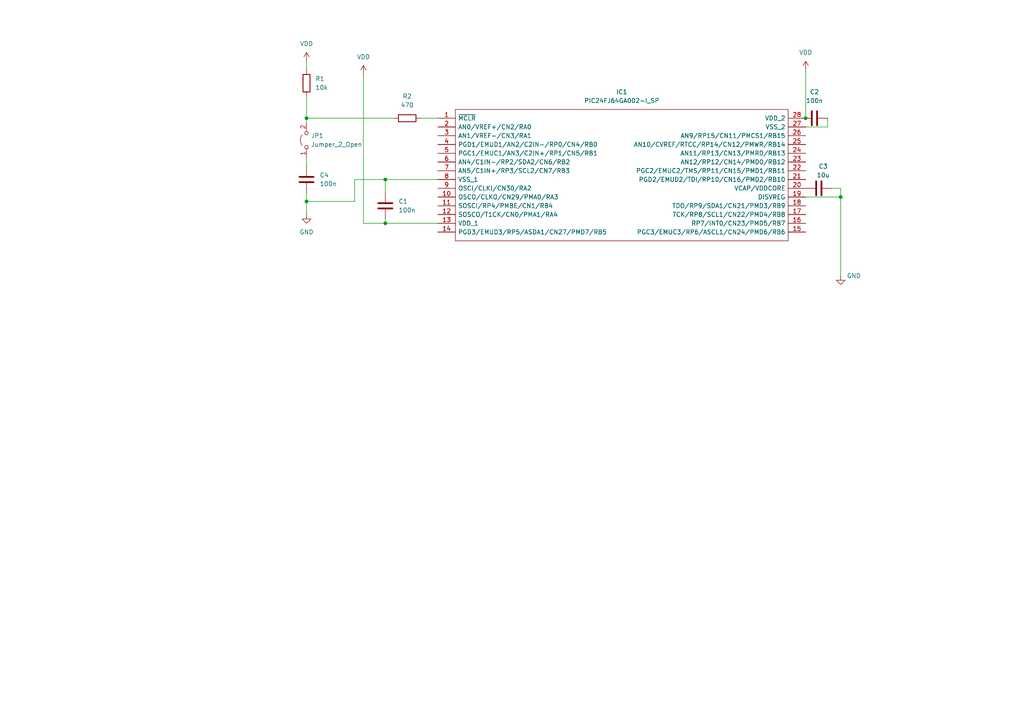
<source format=kicad_sch>
(kicad_sch (version 20230121) (generator eeschema)
  (paper "A4")
  (lib_symbols
    (symbol "Device:C" (pin_numbers hide) (pin_names (offset 0.254))
      (property "Reference" "C" (at 0.635 2.54 0))
      (property "Value" "C" (at 0.635 -2.54 0))
      (symbol "C_0_1"
        (polyline (pts (xy -2.032 -0.762) (xy 2.032 -0.762)) (stroke (width 0.508)))
        (polyline (pts (xy -2.032 0.762) (xy 2.032 0.762)) (stroke (width 0.508)))
      )
      (symbol "C_1_1"
        (pin passive line (at 0 3.81 270) (length 2.794) (name "~") (number "1"))
        (pin passive line (at 0 -3.81 90) (length 2.794) (name "~") (number "2"))
      )
    )
    (symbol "Device:R" (pin_numbers hide) (pin_names (offset 0))
      (property "Reference" "R" (at 2.032 0 90))
      (property "Value" "R" (at 0 0 90))
      (symbol "R_0_1"
        (rectangle (start -1.016 -2.54) (end 1.016 2.54) (stroke (width 0.254)))
      )
      (symbol "R_1_1"
        (pin passive line (at 0 3.81 270) (length 1.27) (name "~") (number "1"))
        (pin passive line (at 0 -3.81 90) (length 1.27) (name "~") (number "2"))
      )
    )
    (symbol "Jumper:Jumper_2_Open" (pin_names (offset 0) hide)
      (property "Reference" "JP" (at 0 2.794 0))
      (property "Value" "Jumper_2_Open" (at 0 -2.286 0))
      (symbol "Jumper_2_Open_0_0"
        (circle (center -2.032 0) (radius 0.508))
        (circle (center 2.032 0) (radius 0.508))
      )
      (symbol "Jumper_2_Open_0_1"
        (arc (start 1.524 1.27) (mid 0 1.778) (end -1.524 1.27))
      )
      (symbol "Jumper_2_Open_1_1"
        (pin passive line (at -5.08 0 0) (length 2.54) (name "A") (number "1"))
        (pin passive line (at 5.08 0 180) (length 2.54) (name "B") (number "2"))
      )
    )
    (symbol "PIC24FJ64GA002-I_SP:PIC24FJ64GA002-I_SP" (pin_names (offset 0.762))
      (property "Reference" "IC" (at 102.87 7.62 0))
      (property "Value" "PIC24FJ64GA002-I_SP" (at 102.87 5.08 0))
      (symbol "PIC24FJ64GA002-I_SP_0_0"
        (pin passive line (at 0 0 0) (length 5.08) (name "~{MCLR}") (number "1"))
        (pin passive line (at 0 -22.86 0) (length 5.08) (name "OSCO/CLKO/CN29/PMA0/RA3") (number "10"))
        (pin passive line (at 0 -25.4 0) (length 5.08) (name "SOSCI/RP4/PMBE/CN1/RB4") (number "11"))
        (pin passive line (at 0 -27.94 0) (length 5.08) (name "SOSCO/T1CK/CN0/PMA1/RA4") (number "12"))
        (pin passive line (at 0 -30.48 0) (length 5.08) (name "VDD_1") (number "13"))
        (pin passive line (at 0 -33.02 0) (length 5.08) (name "PGD3/EMUD3/RP5/ASDA1/CN27/PMD7/RB5") (number "14"))
        (pin passive line (at 106.68 -33.02 180) (length 5.08) (name "PGC3/EMUC3/RP6/ASCL1/CN24/PMD6/RB6") (number "15"))
        (pin passive line (at 106.68 -30.48 180) (length 5.08) (name "RP7/INT0/CN23/PMD5/RB7") (number "16"))
        (pin passive line (at 106.68 -27.94 180) (length 5.08) (name "TCK/RP8/SCL1/CN22/PMD4/RB8") (number "17"))
        (pin passive line (at 106.68 -25.4 180) (length 5.08) (name "TDO/RP9/SDA1/CN21/PMD3/RB9") (number "18"))
        (pin passive line (at 106.68 -22.86 180) (length 5.08) (name "DISVREG") (number "19"))
        (pin passive line (at 0 -2.54 0) (length 5.08) (name "AN0/VREF+/CN2/RA0") (number "2"))
        (pin passive line (at 106.68 -20.32 180) (length 5.08) (name "VCAP/VDDCORE") (number "20"))
        (pin passive line (at 106.68 -17.78 180) (length 5.08) (name "PGD2/EMUD2/TDI/RP10/CN16/PMD2/RB10") (number "21"))
        (pin passive line (at 106.68 -15.24 180) (length 5.08) (name "PGC2/EMUC2/TMS/RP11/CN15/PMD1/RB11") (number "22"))
        (pin passive line (at 106.68 -12.7 180) (length 5.08) (name "AN12/RP12/CN14/PMD0/RB12") (number "23"))
        (pin passive line (at 106.68 -10.16 180) (length 5.08) (name "AN11/RP13/CN13/PMRD/RB13") (number "24"))
        (pin passive line (at 106.68 -7.62 180) (length 5.08) (name "AN10/CVREF/RTCC/RP14/CN12/PMWR/RB14") (number "25"))
        (pin passive line (at 106.68 -5.08 180) (length 5.08) (name "AN9/RP15/CN11/PMCS1/RB15") (number "26"))
        (pin passive line (at 106.68 -2.54 180) (length 5.08) (name "VSS_2") (number "27"))
        (pin passive line (at 106.68 0 180) (length 5.08) (name "VDD_2") (number "28"))
        (pin passive line (at 0 -5.08 0) (length 5.08) (name "AN1/VREF-/CN3/RA1") (number "3"))
        (pin passive line (at 0 -7.62 0) (length 5.08) (name "PGD1/EMUD1/AN2/C2IN-/RP0/CN4/RB0") (number "4"))
        (pin passive line (at 0 -10.16 0) (length 5.08) (name "PGC1/EMUC1/AN3/C2IN+/RP1/CN5/RB1") (number "5"))
        (pin passive line (at 0 -12.7 0) (length 5.08) (name "AN4/C1IN-/RP2/SDA2/CN6/RB2") (number "6"))
        (pin passive line (at 0 -15.24 0) (length 5.08) (name "AN5/C1IN+/RP3/SCL2/CN7/RB3") (number "7"))
        (pin passive line (at 0 -17.78 0) (length 5.08) (name "VSS_1") (number "8"))
        (pin passive line (at 0 -20.32 0) (length 5.08) (name "OSCI/CLKI/CN30/RA2") (number "9"))
      )
      (symbol "PIC24FJ64GA002-I_SP_0_1"
        (polyline (pts (xy 5.08 2.54) (xy 101.6 2.54) (xy 101.6 -35.56) (xy 5.08 -35.56) (xy 5.08 2.54)) (stroke (width 0.1524)))
      )
    )
    (symbol "power:GND" (power) (pin_names (offset 0))
      (property "Value" "GND" (at 0 -3.81 0))
      (symbol "GND_0_1"
        (polyline (pts (xy 0 0) (xy 0 -1.27) (xy 1.27 -1.27) (xy 0 -2.54) (xy -1.27 -1.27) (xy 0 -1.27)))
      )
      (symbol "GND_1_1"
        (pin power_in line (at 0 0 270) (length 0) hide (name "GND") (number "1"))
      )
    )
    (symbol "power:VDD" (power) (pin_names (offset 0))
      (property "Value" "VDD" (at 0 3.81 0))
      (symbol "VDD_0_1"
        (polyline (pts (xy -0.762 1.27) (xy 0 2.54)))
        (polyline (pts (xy 0 0) (xy 0 2.54)))
        (polyline (pts (xy 0 2.54) (xy 0.762 1.27)))
      )
      (symbol "VDD_1_1"
        (pin power_in line (at 0 0 90) (length 0) hide (name "VDD") (number "1"))
      )
    )
  )
  (junction (at 111.76 64.77))
  (junction (at 88.9 34.29))
  (junction (at 243.84 57.15))
  (junction (at 111.76 52.07))
  (junction (at 88.9 58.42))
  (junction (at 233.68 34.29))
  (wire (pts (xy 88.9 55.88) (xy 88.9 58.42)))
  (wire (pts (xy 88.9 58.42) (xy 88.9 62.23)))
  (wire (pts (xy 102.87 58.42) (xy 102.87 52.07)))
  (wire (pts (xy 233.68 57.15) (xy 243.84 57.15)))
  (wire (pts (xy 127 52.07) (xy 111.76 52.07)))
  (wire (pts (xy 111.76 52.07) (xy 111.76 55.88)))
  (wire (pts (xy 233.68 20.32) (xy 233.68 34.29)))
  (wire (pts (xy 111.76 64.77) (xy 111.76 63.5)))
  (wire (pts (xy 88.9 58.42) (xy 102.87 58.42)))
  (wire (pts (xy 243.84 57.15) (xy 243.84 54.61)))
  (wire (pts (xy 243.84 80.01) (xy 243.84 57.15)))
  (wire (pts (xy 88.9 34.29) (xy 88.9 35.56)))
  (wire (pts (xy 240.03 36.83) (xy 240.03 34.29)))
  (wire (pts (xy 233.68 36.83) (xy 240.03 36.83)))
  (wire (pts (xy 127 64.77) (xy 111.76 64.77)))
  (wire (pts (xy 233.68 34.29) (xy 232.41 34.29)))
  (wire (pts (xy 88.9 34.29) (xy 114.3 34.29)))
  (wire (pts (xy 243.84 54.61) (xy 241.3 54.61)))
  (wire (pts (xy 88.9 45.72) (xy 88.9 48.26)))
  (wire (pts (xy 105.41 21.59) (xy 105.41 64.77)))
  (wire (pts (xy 105.41 64.77) (xy 111.76 64.77)))
  (wire (pts (xy 102.87 52.07) (xy 111.76 52.07)))
  (wire (pts (xy 121.92 34.29) (xy 127 34.29)))
  (wire (pts (xy 88.9 34.29) (xy 88.9 27.94)))
  (wire (pts (xy 88.9 17.78) (xy 88.9 20.32)))
  (symbol (lib_id "Device:R") (at 88.9 24.13 0) (unit 1)
    (property "Reference" "R1" (at 91.44 22.86 0) (effects (justify left)))
    (property "Value" "10k" (at 91.44 25.4 0) (effects (justify left)))
  )
  (symbol (lib_id "Device:C") (at 236.22 34.29 90) (unit 1)
    (property "Reference" "C2" (at 236.22 26.67 90))
    (property "Value" "100n" (at 236.22 29.21 90))
  )
  (symbol (lib_id "PIC24FJ64GA002-I_SP:PIC24FJ64GA002-I_SP") (at 127 34.29 0) (unit 1)
    (property "Reference" "IC1" (at 180.34 26.67 0))
    (property "Value" "PIC24FJ64GA002-I_SP" (at 180.34 29.21 0))
    (property "Footprint" "KiCad:DIP794W56P254L3486H508Q28N" (effects hide))
    (property "Description" "Micro 16b, 64KB Fl, PIC24FJ64GA002-I/SP Microchip PIC24FJ64GA002-I/SP, 16bit PIC Microcontroller, 32MHz, 64 kB Flash, 28-Pin SPDIP" (effects hide))
    (property "Height" "5.08" (effects hide))
    (property "Mouser Part Number" "579-PIC24FJ64GA002SP" (effects hide))
    (property "Mouser Price/Stock" "https://www.mouser.co.uk/ProductDetail/Microchip-Technology/PIC24FJ64GA002-I-SP?qs=V%2FyyTCAHA4ChMHX5BWhjEA%3D%3D" (effects hide))
    (property "Manufacturer_Name" "Microchip" (effects hide))
    (property "Manufacturer_Part_Number" "PIC24FJ64GA002-I/SP" (effects hide))
  )
  (symbol (lib_id "power:VDD") (at 88.9 17.78 0) (unit 1)
    (property "Reference" "#PWR01" (effects hide))
    (property "Value" "VDD" (at 88.9 12.7 0))
  )
  (symbol (lib_id "Device:C") (at 237.49 54.61 90) (unit 1)
    (property "Reference" "C3" (at 238.76 48.26 90))
    (property "Value" "10u" (at 238.76 50.8 90))
  )
  (symbol (lib_id "Device:C") (at 111.76 59.69 0) (unit 1)
    (property "Reference" "C1" (at 115.57 58.42 0) (effects (justify left)))
    (property "Value" "100n" (at 115.57 60.96 0) (effects (justify left)))
  )
  (symbol (lib_id "Device:C") (at 88.9 52.07 0) (unit 1)
    (property "Reference" "C4" (at 92.71 50.8 0) (effects (justify left)))
    (property "Value" "100n" (at 92.71 53.34 0) (effects (justify left)))
  )
  (symbol (lib_id "power:VDD") (at 105.41 21.59 0) (unit 1)
    (property "Reference" "#PWR06" (effects hide))
    (property "Value" "VDD" (at 105.41 16.51 0))
  )
  (symbol (lib_id "power:GND") (at 88.9 62.23 0) (unit 1)
    (property "Reference" "#PWR04" (effects hide))
    (property "Value" "GND" (at 88.9 67.31 0))
  )
  (symbol (lib_id "power:VDD") (at 233.68 20.32 0) (unit 1)
    (property "Reference" "#PWR05" (effects hide))
    (property "Value" "VDD" (at 233.68 15.24 0))
  )
  (symbol (lib_id "Device:R") (at 118.11 34.29 90) (unit 1)
    (property "Reference" "R2" (at 118.11 27.94 90))
    (property "Value" "470" (at 118.11 30.48 90))
  )
  (symbol (lib_id "Jumper:Jumper_2_Open") (at 88.9 40.64 90) (unit 1)
    (property "Reference" "JP1" (at 90.17 39.37 90) (effects (justify right)))
    (property "Value" "Jumper_2_Open" (at 90.17 41.91 90) (effects (justify right)))
  )
  (symbol (lib_id "power:GND") (at 243.84 80.01 0) (unit 1)
    (property "Reference" "#PWR03" (effects hide))
    (property "Value" "GND" (at 247.65 80.01 0))
  )
)
</source>
